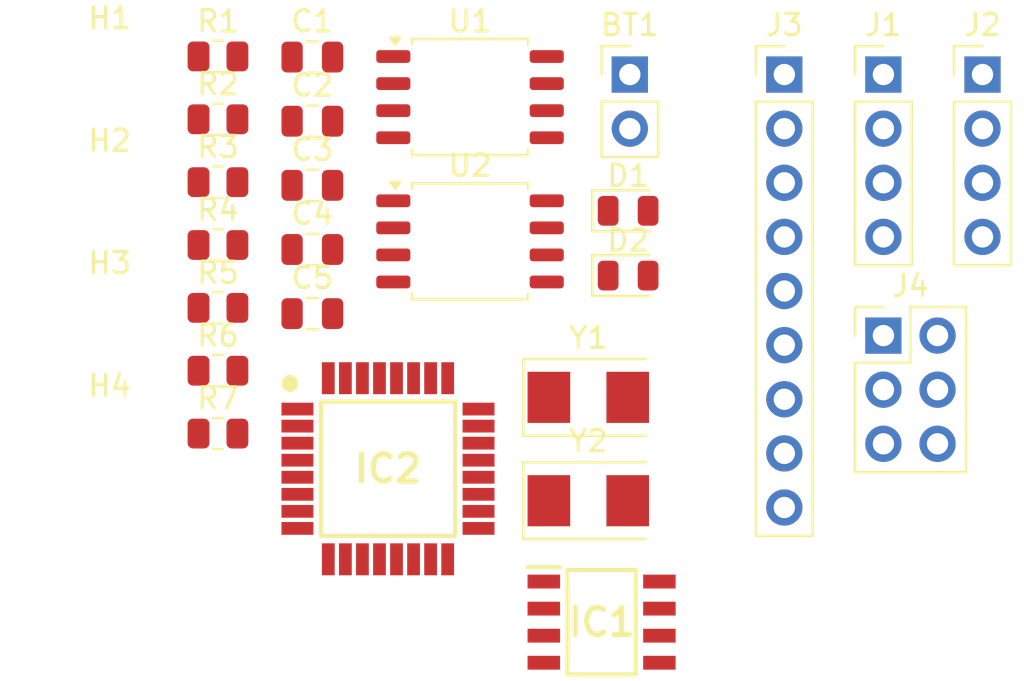
<source format=kicad_pcb>
(kicad_pcb (version 20240108) (generator "pcbnew") (generator_version "8.0")
  (title_block (title "${project_name}") (date "2024-12-24") (rev "1") (comment 1 "2Layer PCB Version"))
  (layers (0 "F.Cu" mixed) (31 "B.Cu" mixed) (34 "B.Paste" user) (35 "F.Paste" user) (36 "B.SilkS" user "B.Silkscreen") (37 "F.SilkS" user "F.Silkscreen") (38 "B.Mask" user) (39 "F.Mask" user) (44 "Edge.Cuts" user))
  (property "project_name" "MCU Datalogger with memory and clock")
  (net 0 "")
  (net 1 "GND")
  (net 2 "VCC")
  (net 3 "Net-(IC2-(PCINT6{slash}XTAL1{slash}TOSC1)_PB6)")
  (net 4 "Net-(IC2-(PCINT7{slash}XTAL2{slash}TOSC2)_PB7)")
  (net 5 "Net-(IC2-AREF)")
  (net 6 "/SCK")
  (net 7 "Net-(D1-K)")
  (net 8 "Net-(D2-K)")
  (net 9 "Net-(IC1-~{INTA})")
  (net 10 "Net-(IC1-X2)")
  (net 11 "Net-(IC1-X1)")
  (net 12 "/SDA")
  (net 13 "Net-(IC1-SQW{slash}~{INTB})")
  (net 14 "/MISO")
  (net 15 "/~{RESET}")
  (net 16 "/MOSI")
  (net 17 "/D5")
  (net 20 "/D3")
  (net 22 "/TX")
  (net 23 "/RX")
  (net 28 "/D7")
  (net 30 "/D2")
  (net 31 "/D8")
  (net 32 "/D4")
  (net 34 "/D6")
  (footprint "Capacitor_SMD:C_0805_2012Metric" (layer "F.Cu") (at 136.66 90.89)
    (property "Reference" "C5" (at 0 -1.68 0) (layer "F.SilkS"))
    (property "Value" "0.1uF")
    (fp_line (start -0.261252 -0.735) (end 0.261252 -0.735) (stroke (width 0.12)) (layer "F.SilkS"))
    (fp_line (start -0.261252 0.735) (end 0.261252 0.735) (stroke (width 0.12)) (layer "F.SilkS"))
    (pad "1" smd roundrect (at -0.95 0) (size 1 1.45) (layers "F.Cu" "F.Paste" "F.Mask") (net 1 "GND"))
    (pad "2" smd roundrect (at 0.95 0) (size 1 1.45) (layers "F.Cu" "F.Paste" "F.Mask") (net 5 "Net-(IC2-AREF)"))
  )
  (footprint "Resistor_SMD:R_0805_2012Metric" (layer "F.Cu") (at 132.23 81.77)
    (property "Reference" "R2" (at 0 -1.65 0) (layer "F.SilkS"))
    (property "Value" "4.7K")
    (fp_line (start -0.227064 -0.735) (end 0.227064 -0.735) (stroke (width 0.12)) (layer "F.SilkS"))
    (fp_line (start -0.227064 0.735) (end 0.227064 0.735) (stroke (width 0.12)) (layer "F.SilkS"))
    (pad "1" smd roundrect (at -0.9125 0) (size 1.025 1.4) (layers "F.Cu" "F.Paste" "F.Mask") (roundrect_rratio 0.243902) (net 2 "VCC"))
    (pad "2" smd roundrect (at 0.9125 0) (size 1.025 1.4) (layers "F.Cu" "F.Paste" "F.Mask") (roundrect_rratio 0.243902) (net 12 "/SDA"))
  )
  (footprint "MountingHole:MountingHole_2.1mm" (layer "F.Cu") (at 127.15 85.97)
    (property "Reference" "H2" (at 0 -3.2 0) (layer "F.SilkS"))
    (property "Value" "MountingHole")
    (pad "" np_thru_hole circle (at 0 0) (size 2.1 2.1) (drill 2.1) (layers "*.Cu" "*.Mask"))
  )
  (footprint "MountingHole:MountingHole_2.1mm" (layer "F.Cu") (at 127.15 97.47)
    (property "Reference" "H4" (at 0 -3.2 0) (layer "F.SilkS"))
    (property "Value" "MountingHole")
    (pad "" np_thru_hole circle (at 0 0) (size 2.1 2.1) (drill 2.1) (layers "*.Cu" "*.Mask"))
  )
  (footprint "Resistor_SMD:R_0805_2012Metric" (layer "F.Cu") (at 132.23 96.52)
    (property "Reference" "R7" (at 0 -1.65 0) (layer "F.SilkS"))
    (property "Value" "330")
    (fp_line (start -0.227064 -0.735) (end 0.227064 -0.735) (stroke (width 0.12)) (layer "F.SilkS"))
    (fp_line (start -0.227064 0.735) (end 0.227064 0.735) (stroke (width 0.12)) (layer "F.SilkS"))
    (pad "1" smd roundrect (at -0.9125 0) (size 1.025 1.4) (layers "F.Cu" "F.Paste" "F.Mask") (roundrect_rratio 0.243902) (net 1 "GND"))
    (pad "2" smd roundrect (at 0.9125 0) (size 1.025 1.4) (layers "F.Cu" "F.Paste" "F.Mask") (roundrect_rratio 0.243902) (net 8 "Net-(D2-K)"))
  )
  (footprint "Connector_PinHeader_2.54mm:PinHeader_1x04_P2.54mm_Vertical" (layer "F.Cu") (at 163.46 79.67)
    (property "Reference" "J1" (at 0 -2.33 0) (layer "F.SilkS"))
    (property "Value" "I2C")
    (fp_line (start -1.33 -1.33) (end 0 -1.33) (stroke (width 0.12)) (layer "F.SilkS"))
    (fp_line (start -1.33 0) (end -1.33 -1.33) (stroke (width 0.12)) (layer "F.SilkS"))
    (fp_line (start -1.33 1.27) (end -1.33 8.95) (stroke (width 0.12)) (layer "F.SilkS"))
    (fp_line (start -1.33 1.27) (end 1.33 1.27) (stroke (width 0.12)) (layer "F.SilkS"))
    (fp_line (start -1.33 8.95) (end 1.33 8.95) (stroke (width 0.12)) (layer "F.SilkS"))
    (fp_line (start 1.33 1.27) (end 1.33 8.95) (stroke (width 0.12)) (layer "F.SilkS"))
    (pad "1" thru_hole rect (at 0 0) (size 1.7 1.7) (drill 1) (layers "*.Cu" "*.Mask") (net 1 "GND"))
    (pad "2" thru_hole oval (at 0 2.54) (size 1.7 1.7) (drill 1) (layers "*.Cu" "*.Mask") (net 2 "VCC"))
    (pad "3" thru_hole oval (at 0 5.08) (size 1.7 1.7) (drill 1) (layers "*.Cu" "*.Mask") (net 12 "/SDA"))
    (pad "4" thru_hole oval (at 0 7.62) (size 1.7 1.7) (drill 1) (layers "*.Cu" "*.Mask") (net 6 "/SCK"))
  )
  (footprint "Resistor_SMD:R_0805_2012Metric" (layer "F.Cu") (at 132.23 78.82)
    (property "Reference" "R1" (at 0 -1.65 0) (layer "F.SilkS"))
    (property "Value" "4.7K")
    (fp_line (start -0.227064 -0.735) (end 0.227064 -0.735) (stroke (width 0.12)) (layer "F.SilkS"))
    (fp_line (start -0.227064 0.735) (end 0.227064 0.735) (stroke (width 0.12)) (layer "F.SilkS"))
    (pad "1" smd roundrect (at -0.9125 0) (size 1.025 1.4) (layers "F.Cu" "F.Paste" "F.Mask") (roundrect_rratio 0.243902) (net 2 "VCC"))
    (pad "2" smd roundrect (at 0.9125 0) (size 1.025 1.4) (layers "F.Cu" "F.Paste" "F.Mask") (roundrect_rratio 0.243902) (net 6 "/SCK"))
  )
  (footprint "Resistor_SMD:R_0805_2012Metric" (layer "F.Cu") (at 132.23 84.72)
    (property "Reference" "R3" (at 0 -1.65 0) (layer "F.SilkS"))
    (property "Value" "10K")
    (fp_line (start -0.227064 -0.735) (end 0.227064 -0.735) (stroke (width 0.12)) (layer "F.SilkS"))
    (fp_line (start -0.227064 0.735) (end 0.227064 0.735) (stroke (width 0.12)) (layer "F.SilkS"))
    (pad "1" smd roundrect (at -0.9125 0) (size 1.025 1.4) (layers "F.Cu" "F.Paste" "F.Mask") (roundrect_rratio 0.243902) (net 2 "VCC"))
    (pad "2" smd roundrect (at 0.9125 0) (size 1.025 1.4) (layers "F.Cu" "F.Paste" "F.Mask") (roundrect_rratio 0.243902) (net 9 "Net-(IC1-~{INTA})"))
  )
  (footprint "LED_SMD:LED_0805_2012Metric" (layer "F.Cu") (at 151.48 89.105)
    (property "Reference" "D2" (at 0 -1.65 0) (layer "F.SilkS"))
    (property "Value" "LED")
    (fp_line (start -1.685 -0.96) (end -1.685 0.96) (stroke (width 0.12)) (layer "F.SilkS"))
    (fp_line (start -1.685 0.96) (end 1 0.96) (stroke (width 0.12)) (layer "F.SilkS"))
    (fp_line (start 1 -0.96) (end -1.685 -0.96) (stroke (width 0.12)) (layer "F.SilkS"))
    (pad "1" smd roundrect (at -0.9375 0) (size 0.975 1.4) (layers "F.Cu" "F.Paste" "F.Mask") (net 8 "Net-(D2-K)"))
    (pad "2" smd roundrect (at 0.9375 0) (size 0.975 1.4) (layers "F.Cu" "F.Paste" "F.Mask") (net 2 "VCC"))
  )
  (footprint "Capacitor_SMD:C_0805_2012Metric" (layer "F.Cu") (at 136.66 78.85)
    (property "Reference" "C1" (at 0 -1.68 0) (layer "F.SilkS"))
    (property "Value" "0.1uF")
    (fp_line (start -0.261252 -0.735) (end 0.261252 -0.735) (stroke (width 0.12)) (layer "F.SilkS"))
    (fp_line (start -0.261252 0.735) (end 0.261252 0.735) (stroke (width 0.12)) (layer "F.SilkS"))
    (pad "1" smd roundrect (at -0.95 0) (size 1 1.45) (layers "F.Cu" "F.Paste" "F.Mask") (net 2 "VCC"))
    (pad "2" smd roundrect (at 0.95 0) (size 1 1.45) (layers "F.Cu" "F.Paste" "F.Mask") (net 1 "GND"))
  )
  (footprint "MountingHole:MountingHole_2.1mm" (layer "F.Cu") (at 127.15 80.22)
    (property "Reference" "H1" (at 0 -3.2 0) (layer "F.SilkS"))
    (property "Value" "MountingHole")
    (pad "" np_thru_hole circle (at 0 0) (size 2.1 2.1) (drill 2.1) (layers "*.Cu" "*.Mask"))
  )
  (footprint "Connector_PinHeader_2.54mm:PinHeader_2x03_P2.54mm_Vertical" (layer "F.Cu") (at 163.46 91.92)
    (property "Reference" "J4" (at 1.27 -2.33 0) (layer "F.SilkS"))
    (property "Value" "ICSP")
    (fp_line (start -1.33 -1.33) (end 0 -1.33) (stroke (width 0.12)) (layer "F.SilkS"))
    (fp_line (start -1.33 0) (end -1.33 -1.33) (stroke (width 0.12)) (layer "F.SilkS"))
    (fp_line (start -1.33 1.27) (end -1.33 6.41) (stroke (width 0.12)) (layer "F.SilkS"))
    (fp_line (start -1.33 1.27) (end 1.27 1.27) (stroke (width 0.12)) (layer "F.SilkS"))
    (fp_line (start -1.33 6.41) (end 3.87 6.41) (stroke (width 0.12)) (layer "F.SilkS"))
    (fp_line (start 1.27 -1.33) (end 3.87 -1.33) (stroke (width 0.12)) (layer "F.SilkS"))
    (fp_line (start 1.27 1.27) (end 1.27 -1.33) (stroke (width 0.12)) (layer "F.SilkS"))
    (fp_line (start 3.87 -1.33) (end 3.87 6.41) (stroke (width 0.12)) (layer "F.SilkS"))
    (pad "1" thru_hole rect (at 0 0) (size 1.7 1.7) (drill 1) (layers "*.Cu" "*.Mask") (net 14 "/MISO"))
    (pad "2" thru_hole oval (at 2.54 0) (size 1.7 1.7) (drill 1) (layers "*.Cu" "*.Mask") (net 2 "VCC"))
    (pad "3" thru_hole oval (at 0 2.54) (size 1.7 1.7) (drill 1) (layers "*.Cu" "*.Mask") (net 6 "/SCK"))
    (pad "4" thru_hole oval (at 2.54 2.54) (size 1.7 1.7) (drill 1) (layers "*.Cu" "*.Mask") (net 16 "/MOSI"))
    (pad "5" thru_hole oval (at 0 5.08) (size 1.7 1.7) (drill 1) (layers "*.Cu" "*.Mask") (net 15 "/~{RESET}"))
    (pad "6" thru_hole oval (at 2.54 5.08) (size 1.7 1.7) (drill 1) (layers "*.Cu" "*.Mask") (net 1 "GND"))
  )
  (footprint "library:QFP80P900X900X120-32N" (layer "F.Cu") (at 140.21 98.17)
    (property "Reference" "IC2" (at 0 0 0) (layer "F.SilkS") (effects (font (size 1.27 1.27) (thickness 0.254))))
    (property "Value" "ATMEGA328P-AUR" (hide yes))
    (fp_line (start -3.15 -3.15) (end 3.15 -3.15) (stroke (width 0.2)) (layer "F.SilkS"))
    (fp_line (start -3.15 3.15) (end -3.15 -3.15) (stroke (width 0.2)) (layer "F.SilkS"))
    (fp_line (start 3.15 -3.15) (end 3.15 3.15) (stroke (width 0.2)) (layer "F.SilkS"))
    (fp_line (start 3.15 3.15) (end -3.15 3.15) (stroke (width 0.2)) (layer "F.SilkS"))
    (fp_circle (center -4.6 -4) (end -4.6 -3.8) (stroke (width 0.4)) (fill none) (layer "F.SilkS"))
    (pad "1" smd rect (at -4.25 -2.8 90) (size 0.6 1.5) (layers "F.Cu" "F.Paste" "F.Mask") (net 20 "/D3"))
    (pad "2" smd rect (at -4.25 -2 90) (size 0.6 1.5) (layers "F.Cu" "F.Paste" "F.Mask") (net 32 "/D4"))
    (pad "3" smd rect (at -4.25 -1.2 90) (size 0.6 1.5) (layers "F.Cu" "F.Paste" "F.Mask") (net 1 "GND"))
    (pad "4" smd rect (at -4.25 -0.4 90) (size 0.6 1.5) (layers "F.Cu" "F.Paste" "F.Mask") (net 2 "VCC"))
    (pad "5" smd rect (at -4.25 0.4 90) (size 0.6 1.5) (layers "F.Cu" "F.Paste" "F.Mask") (net 1 "GND"))
    (pad "6" smd rect (at -4.25 1.2 90) (size 0.6 1.5) (layers "F.Cu" "F.Paste" "F.Mask"))
    (pad "7" smd rect (at -4.25 2 90) (size 0.6 1.5) (layers "F.Cu" "F.Paste" "F.Mask") (net 3 "Net-(IC2-(PCINT6{slash}XTAL1{slash}TOSC1)_PB6)"))
    (pad "8" smd rect (at -4.25 2.8 90) (size 0.6 1.5) (layers "F.Cu" "F.Paste" "F.Mask") (net 4 "Net-(IC2-(PCINT7{slash}XTAL2{slash}TOSC2)_PB7)"))
    (pad "9" smd rect (at -2.8 4.25) (size 0.6 1.5) (layers "F.Cu" "F.Paste" "F.Mask") (net 17 "/D5"))
    (pad "10" smd rect (at -2 4.25) (size 0.6 1.5) (layers "F.Cu" "F.Paste" "F.Mask") (net 34 "/D6"))
    (pad "11" smd rect (at -1.2 4.25) (size 0.6 1.5) (layers "F.Cu" "F.Paste" "F.Mask") (net 28 "/D7"))
    (pad "12" smd rect (at -0.4 4.25) (size 0.6 1.5) (layers "F.Cu" "F.Paste" "F.Mask") (net 31 "/D8"))
    (pad "13" smd rect (at 0.4 4.25) (size 0.6 1.5) (layers "F.Cu" "F.Paste" "F.Mask"))
    (pad "14" smd rect (at 1.2 4.25) (size 0.6 1.5) (layers "F.Cu" "F.Paste" "F.Mask"))
    (pad "15" smd rect (at 2 4.25) (size 0.6 1.5) (layers "F.Cu" "F.Paste" "F.Mask") (net 16 "/MOSI"))
    (pad "16" smd rect (at 2.8 4.25) (size 0.6 1.5) (layers "F.Cu" "F.Paste" "F.Mask") (net 14 "/MISO"))
    (pad "17" smd rect (at 4.25 2.8 90) (size 0.6 1.5) (layers "F.Cu" "F.Paste" "F.Mask") (net 6 "/SCK"))
    (pad "18" smd rect (at 4.25 2 90) (size 0.6 1.5) (layers "F.Cu" "F.Paste" "F.Mask") (net 2 "VCC"))
    (pad "19" smd rect (at 4.25 1.2 90) (size 0.6 1.5) (layers "F.Cu" "F.Paste" "F.Mask"))
    (pad "20" smd rect (at 4.25 0.4 90) (size 0.6 1.5) (layers "F.Cu" "F.Paste" "F.Mask") (net 5 "Net-(IC2-AREF)"))
    (pad "21" smd rect (at 4.25 -0.4 90) (size 0.6 1.5) (layers "F.Cu" "F.Paste" "F.Mask") (net 1 "GND"))
    (pad "22" smd rect (at 4.25 -1.2 90) (size 0.6 1.5) (layers "F.Cu" "F.Paste" "F.Mask"))
    (pad "23" smd rect (at 4.25 -2 90) (size 0.6 1.5) (layers "F.Cu" "F.Paste" "F.Mask"))
    (pad "24" smd rect (at 4.25 -2.8 90) (size 0.6 1.5) (layers "F.Cu" "F.Paste" "F.Mask"))
    (pad "25" smd rect (at 2.8 -4.25) (size 0.6 1.5) (layers "F.Cu" "F.Paste" "F.Mask"))
    (pad "26" smd rect (at 2 -4.25) (size 0.6 1.5) (layers "F.Cu" "F.Paste" "F.Mask"))
    (pad "27" smd rect (at 1.2 -4.25) (size 0.6 1.5) (layers "F.Cu" "F.Paste" "F.Mask") (net 12 "/SDA"))
    (pad "28" smd rect (at 0.4 -4.25) (size 0.6 1.5) (layers "F.Cu" "F.Paste" "F.Mask") (net 6 "/SCK"))
    (pad "29" smd rect (at -0.4 -4.25) (size 0.6 1.5) (layers "F.Cu" "F.Paste" "F.Mask") (net 15 "/~{RESET}"))
    (pad "30" smd rect (at -1.2 -4.25) (size 0.6 1.5) (layers "F.Cu" "F.Paste" "F.Mask") (net 23 "/RX"))
    (pad "31" smd rect (at -2 -4.25) (size 0.6 1.5) (layers "F.Cu" "F.Paste" "F.Mask") (net 22 "/TX"))
    (pad "32" smd rect (at -2.8 -4.25) (size 0.6 1.5) (layers "F.Cu" "F.Paste" "F.Mask") (net 30 "/D2"))
  )
  (footprint "MountingHole:MountingHole_2.1mm" (layer "F.Cu") (at 127.15 91.72)
    (property "Reference" "H3" (at 0 -3.2 0) (layer "F.SilkS"))
    (property "Value" "MountingHole")
    (pad "" np_thru_hole circle (at 0 0) (size 2.1 2.1) (drill 2.1) (layers "*.Cu" "*.Mask"))
  )
  (footprint "Capacitor_SMD:C_0805_2012Metric" (layer "F.Cu") (at 136.66 84.87)
    (property "Reference" "C3" (at 0 -1.68 0) (layer "F.SilkS"))
    (property "Value" "22pF")
    (fp_line (start -0.261252 -0.735) (end 0.261252 -0.735) (stroke (width 0.12)) (layer "F.SilkS"))
    (fp_line (start -0.261252 0.735) (end 0.261252 0.735) (stroke (width 0.12)) (layer "F.SilkS"))
    (pad "1" smd roundrect (at -0.95 0) (size 1 1.45) (layers "F.Cu" "F.Paste" "F.Mask") (net 4 "Net-(IC2-(PCINT7{slash}XTAL2{slash}TOSC2)_PB7)"))
    (pad "2" smd roundrect (at 0.95 0) (size 1 1.45) (layers "F.Cu" "F.Paste" "F.Mask") (net 1 "GND"))
  )
  (footprint "Resistor_SMD:R_0805_2012Metric" (layer "F.Cu") (at 132.23 93.57)
    (property "Reference" "R6" (at 0 -1.65 0) (layer "F.SilkS"))
    (property "Value" "330")
    (fp_line (start -0.227064 -0.735) (end 0.227064 -0.735) (stroke (width 0.12)) (layer "F.SilkS"))
    (fp_line (start -0.227064 0.735) (end 0.227064 0.735) (stroke (width 0.12)) (layer "F.SilkS"))
    (pad "1" smd roundrect (at -0.9125 0) (size 1.025 1.4) (layers "F.Cu" "F.Paste" "F.Mask") (roundrect_rratio 0.243902) (net 1 "GND"))
    (pad "2" smd roundrect (at 0.9125 0) (size 1.025 1.4) (layers "F.Cu" "F.Paste" "F.Mask") (roundrect_rratio 0.243902) (net 7 "Net-(D1-K)"))
  )
  (footprint "Crystal:Crystal_SMD_5032-2Pin_5.0x3.2mm" (layer "F.Cu") (at 149.61 99.67)
    (property "Reference" "Y2" (at 0 -2.8 0) (layer "F.SilkS"))
    (property "Value" "16MHz")
    (fp_line (start -3.05 -1.8) (end -3.05 1.8) (stroke (width 0.12)) (layer "F.SilkS"))
    (fp_line (start -3.05 1.8) (end 2.7 1.8) (stroke (width 0.12)) (layer "F.SilkS"))
    (fp_line (start 2.7 -1.8) (end -3.05 -1.8) (stroke (width 0.12)) (layer "F.SilkS"))
    (pad "1" smd rect (at -1.85 0) (size 2 2.4) (layers "F.Cu" "F.Paste" "F.Mask") (net 3 "Net-(IC2-(PCINT6{slash}XTAL1{slash}TOSC1)_PB6)"))
    (pad "2" smd rect (at 1.85 0) (size 2 2.4) (layers "F.Cu" "F.Paste" "F.Mask") (net 4 "Net-(IC2-(PCINT7{slash}XTAL2{slash}TOSC2)_PB7)"))
  )
  (footprint "Package_SO:SOIC-8_5.23x5.23mm_P1.27mm" (layer "F.Cu") (at 144.06 87.5)
    (property "Reference" "U2" (at 0 -3.56 0) (layer "F.SilkS"))
    (property "Value" "24LC1025")
    (fp_line (start -2.725 -2.725) (end -2.725 -2.465) (stroke (width 0.12)) (layer "F.SilkS"))
    (fp_line (start -2.725 2.725) (end -2.725 2.465) (stroke (width 0.12)) (layer "F.SilkS"))
    (fp_line (start 0 -2.725) (end -2.725 -2.725) (stroke (width 0.12)) (layer "F.SilkS"))
    (fp_line (start 0 -2.725) (end 2.725 -2.725) (stroke (width 0.12)) (layer "F.SilkS"))
    (fp_line (start 0 2.725) (end -2.725 2.725) (stroke (width 0.12)) (layer "F.SilkS"))
    (fp_line (start 0 2.725) (end 2.725 2.725) (stroke (width 0.12)) (layer "F.SilkS"))
    (fp_line (start 2.725 -2.725) (end 2.725 -2.465) (stroke (width 0.12)) (layer "F.SilkS"))
    (fp_line (start 2.725 2.725) (end 2.725 2.465) (stroke (width 0.12)) (layer "F.SilkS"))
    (fp_poly (pts (xy -3.5075 -2.465) (xy -3.7475 -2.795) (xy -3.2675 -2.795) (xy -3.5075 -2.465)) (stroke (width 0.12)) (fill solid) (layer "F.SilkS"))
    (pad "1" smd roundrect (at -3.6 -1.905) (size 1.6 0.6) (layers "F.Cu" "F.Paste" "F.Mask") (net 2 "VCC"))
    (pad "2" smd roundrect (at -3.6 -0.635) (size 1.6 0.6) (layers "F.Cu" "F.Paste" "F.Mask") (net 1 "GND"))
    (pad "3" smd roundrect (at -3.6 0.635) (size 1.6 0.6) (layers "F.Cu" "F.Paste" "F.Mask") (net 2 "VCC"))
    (pad "4" smd roundrect (at -3.6 1.905) (size 1.6 0.6) (layers "F.Cu" "F.Paste" "F.Mask") (net 1 "GND"))
    (pad "5" smd roundrect (at 3.6 1.905) (size 1.6 0.6) (layers "F.Cu" "F.Paste" "F.Mask") (net 12 "/SDA"))
    (pad "6" smd roundrect (at 3.6 0.635) (size 1.6 0.6) (layers "F.Cu" "F.Paste" "F.Mask") (net 6 "/SCK"))
    (pad "7" smd roundrect (at 3.6 -0.635) (size 1.6 0.6) (layers "F.Cu" "F.Paste" "F.Mask") (net 1 "GND"))
    (pad "8" smd roundrect (at 3.6 -1.905) (size 1.6 0.6) (layers "F.Cu" "F.Paste" "F.Mask") (net 2 "VCC"))
  )
  (footprint "Crystal:Crystal_SMD_5032-2Pin_5.0x3.2mm" (layer "F.Cu") (at 149.61 94.82)
    (property "Reference" "Y1" (at 0 -2.8 0) (layer "F.SilkS"))
    (property "Value" "32.768KHz")
    (fp_line (start -3.05 -1.8) (end -3.05 1.8) (stroke (width 0.12)) (layer "F.SilkS"))
    (fp_line (start -3.05 1.8) (end 2.7 1.8) (stroke (width 0.12)) (layer "F.SilkS"))
    (fp_line (start 2.7 -1.8) (end -3.05 -1.8) (stroke (width 0.12)) (layer "F.SilkS"))
    (pad "1" smd rect (at -1.85 0) (size 2 2.4) (layers "F.Cu" "F.Paste" "F.Mask") (net 10 "Net-(IC1-X2)"))
    (pad "2" smd rect (at 1.85 0) (size 2 2.4) (layers "F.Cu" "F.Paste" "F.Mask") (net 11 "Net-(IC1-X1)"))
  )
  (footprint "Connector_PinHeader_2.54mm:PinHeader_1x02_P2.54mm_Vertical" (layer "F.Cu") (at 151.56 79.67)
    (property "Reference" "BT1" (at 0 -2.33 0) (layer "F.SilkS"))
    (property "Value" "Battery")
    (fp_line (start -1.33 -1.33) (end 0 -1.33) (stroke (width 0.12)) (layer "F.SilkS"))
    (fp_line (start -1.33 0) (end -1.33 -1.33) (stroke (width 0.12)) (layer "F.SilkS"))
    (fp_line (start -1.33 1.27) (end -1.33 3.87) (stroke (width 0.12)) (layer "F.SilkS"))
    (fp_line (start -1.33 1.27) (end 1.33 1.27) (stroke (width 0.12)) (layer "F.SilkS"))
    (fp_line (start -1.33 3.87) (end 1.33 3.87) (stroke (width 0.12)) (layer "F.SilkS"))
    (fp_line (start 1.33 1.27) (end 1.33 3.87) (stroke (width 0.12)) (layer "F.SilkS"))
    (pad "1" thru_hole rect (at 0 0) (size 1.7 1.7) (drill 1) (layers "*.Cu" "*.Mask") (net 2 "VCC"))
    (pad "2" thru_hole oval (at 0 2.54) (size 1.7 1.7) (drill 1) (layers "*.Cu" "*.Mask") (net 1 "GND"))
  )
  (footprint "Resistor_SMD:R_0805_2012Metric" (layer "F.Cu") (at 132.23 87.67)
    (property "Reference" "R4" (at 0 -1.65 0) (layer "F.SilkS"))
    (property "Value" "10K")
    (fp_line (start -0.227064 -0.735) (end 0.227064 -0.735) (stroke (width 0.12)) (layer "F.SilkS"))
    (fp_line (start -0.227064 0.735) (end 0.227064 0.735) (stroke (width 0.12)) (layer "F.SilkS"))
    (pad "1" smd roundrect (at -0.9125 0) (size 1.025 1.4) (layers "F.Cu" "F.Paste" "F.Mask") (roundrect_rratio 0.243902) (net 2 "VCC"))
    (pad "2" smd roundrect (at 0.9125 0) (size 1.025 1.4) (layers "F.Cu" "F.Paste" "F.Mask") (roundrect_rratio 0.243902) (net 13 "Net-(IC1-SQW{slash}~{INTB})"))
  )
  (footprint "Connector_PinHeader_2.54mm:PinHeader_1x09_P2.54mm_Vertical" (layer "F.Cu") (at 158.81 79.67)
    (property "Reference" "J3" (at 0 -2.33 0) (layer "F.SilkS"))
    (property "Value" "GPIO")
    (fp_line (start -1.33 -1.33) (end 0 -1.33) (stroke (width 0.12)) (layer "F.SilkS"))
    (fp_line (start -1.33 0) (end -1.33 -1.33) (stroke (width 0.12)) (layer "F.SilkS"))
    (fp_line (start -1.33 1.27) (end -1.33 21.65) (stroke (width 0.12)) (layer "F.SilkS"))
    (fp_line (start -1.33 1.27) (end 1.33 1.27) (stroke (width 0.12)) (layer "F.SilkS"))
    (fp_line (start -1.33 21.65) (end 1.33 21.65) (stroke (width 0.12)) (layer "F.SilkS"))
    (fp_line (start 1.33 1.27) (end 1.33 21.65) (stroke (width 0.12)) (layer "F.SilkS"))
    (pad "1" thru_hole rect (at 0 0) (size 1.7 1.7) (drill 1) (layers "*.Cu" "*.Mask") (net 30 "/D2"))
    (pad "2" thru_hole oval (at 0 2.54) (size 1.7 1.7) (drill 1) (layers "*.Cu" "*.Mask") (net 20 "/D3"))
    (pad "3" thru_hole oval (at 0 5.08) (size 1.7 1.7) (drill 1) (layers "*.Cu" "*.Mask") (net 32 "/D4"))
    (pad "4" thru_hole oval (at 0 7.62) (size 1.7 1.7) (drill 1) (layers "*.Cu" "*.Mask") (net 17 "/D5"))
    (pad "5" thru_hole oval (at 0 10.16) (size 1.7 1.7) (drill 1) (layers "*.Cu" "*.Mask") (net 34 "/D6"))
    (pad "6" thru_hole oval (at 0 12.7) (size 1.7 1.7) (drill 1) (layers "*.Cu" "*.Mask") (net 28 "/D7"))
    (pad "7" thru_hole oval (at 0 15.24) (size 1.7 1.7) (drill 1) (layers "*.Cu" "*.Mask") (net 31 "/D8"))
    (pad "8" thru_hole oval (at 0 17.78) (size 1.7 1.7) (drill 1) (layers "*.Cu" "*.Mask") (net 1 "GND"))
    (pad "9" thru_hole oval (at 0 20.32) (size 1.7 1.7) (drill 1) (layers "*.Cu" "*.Mask") (net 2 "VCC"))
  )
  (footprint "LED_SMD:LED_0805_2012Metric" (layer "F.Cu") (at 151.48 86.065)
    (property "Reference" "D1" (at 0 -1.65 0) (layer "F.SilkS"))
    (property "Value" "LED")
    (fp_line (start -1.685 -0.96) (end -1.685 0.96) (stroke (width 0.12)) (layer "F.SilkS"))
    (fp_line (start -1.685 0.96) (end 1 0.96) (stroke (width 0.12)) (layer "F.SilkS"))
    (fp_line (start 1 -0.96) (end -1.685 -0.96) (stroke (width 0.12)) (layer "F.SilkS"))
    (pad "1" smd roundrect (at -0.9375 0) (size 0.975 1.4) (layers "F.Cu" "F.Paste" "F.Mask") (net 7 "Net-(D1-K)"))
    (pad "2" smd roundrect (at 0.9375 0) (size 0.975 1.4) (layers "F.Cu" "F.Paste" "F.Mask") (net 6 "/SCK"))
  )
  (footprint "Capacitor_SMD:C_0805_2012Metric" (layer "F.Cu") (at 136.66 87.88)
    (property "Reference" "C4" (at 0 -1.68 0) (layer "F.SilkS"))
    (property "Value" "100nF")
    (fp_line (start -0.261252 -0.735) (end 0.261252 -0.735) (stroke (width 0.12)) (layer "F.SilkS"))
    (fp_line (start -0.261252 0.735) (end 0.261252 0.735) (stroke (width 0.12)) (layer "F.SilkS"))
    (pad "1" smd roundrect (at -0.95 0) (size 1 1.45) (layers "F.Cu" "F.Paste" "F.Mask") (net 2 "VCC"))
    (pad "2" smd roundrect (at 0.95 0) (size 1 1.45) (layers "F.Cu" "F.Paste" "F.Mask") (net 1 "GND"))
  )
  (footprint "Capacitor_SMD:C_0805_2012Metric" (layer "F.Cu") (at 136.66 81.86)
    (property "Reference" "C2" (at 0 -1.68 0) (layer "F.SilkS"))
    (property "Value" "22pF")
    (fp_line (start -0.261252 -0.735) (end 0.261252 -0.735) (stroke (width 0.12)) (layer "F.SilkS"))
    (fp_line (start -0.261252 0.735) (end 0.261252 0.735) (stroke (width 0.12)) (layer "F.SilkS"))
    (pad "1" smd roundrect (at -0.95 0) (size 1 1.45) (layers "F.Cu" "F.Paste" "F.Mask") (net 1 "GND"))
    (pad "2" smd roundrect (at 0.95 0) (size 1 1.45) (layers "F.Cu" "F.Paste" "F.Mask") (net 3 "Net-(IC2-(PCINT6{slash}XTAL1{slash}TOSC1)_PB6)"))
  )
  (footprint "Connector_PinHeader_2.54mm:PinHeader_1x04_P2.54mm_Vertical" (layer "F.Cu") (at 168.11 79.67)
    (property "Reference" "J2" (at 0 -2.33 0) (layer "F.SilkS"))
    (property "Value" "UART")
    (fp_line (start -1.33 -1.33) (end 0 -1.33) (stroke (width 0.12)) (layer "F.SilkS"))
    (fp_line (start -1.33 0) (end -1.33 -1.33) (stroke (width 0.12)) (layer "F.SilkS"))
    (fp_line (start -1.33 1.27) (end -1.33 8.95) (stroke (width 0.12)) (layer "F.SilkS"))
    (fp_line (start -1.33 1.27) (end 1.33 1.27) (stroke (width 0.12)) (layer "F.SilkS"))
    (fp_line (start -1.33 8.95) (end 1.33 8.95) (stroke (width 0.12)) (layer "F.SilkS"))
    (fp_line (start 1.33 1.27) (end 1.33 8.95) (stroke (width 0.12)) (layer "F.SilkS"))
    (pad "1" thru_hole rect (at 0 0) (size 1.7 1.7) (drill 1) (layers "*.Cu" "*.Mask") (net 1 "GND"))
    (pad "2" thru_hole oval (at 0 2.54) (size 1.7 1.7) (drill 1) (layers "*.Cu" "*.Mask") (net 2 "VCC"))
    (pad "3" thru_hole oval (at 0 5.08) (size 1.7 1.7) (drill 1) (layers "*.Cu" "*.Mask") (net 23 "/RX"))
    (pad "4" thru_hole oval (at 0 7.62) (size 1.7 1.7) (drill 1) (layers "*.Cu" "*.Mask") (net 22 "/TX"))
  )
  (footprint "Package_SO:SOIC-8_5.23x5.23mm_P1.27mm" (layer "F.Cu") (at 144.06 80.73)
    (property "Reference" "U1" (at 0 -3.56 0) (layer "F.SilkS"))
    (property "Value" "24LC1025")
    (fp_line (start -2.725 -2.725) (end -2.725 -2.465) (stroke (width 0.12)) (layer "F.SilkS"))
    (fp_line (start -2.725 2.725) (end -2.725 2.465) (stroke (width 0.12)) (layer "F.SilkS"))
    (fp_line (start 0 -2.725) (end -2.725 -2.725) (stroke (width 0.12)) (layer "F.SilkS"))
    (fp_line (start 0 -2.725) (end 2.725 -2.725) (stroke (width 0.12)) (layer "F.SilkS"))
    (fp_line (start 0 2.725) (end -2.725 2.725) (stroke (width 0.12)) (layer "F.SilkS"))
    (fp_line (start 0 2.725) (end 2.725 2.725) (stroke (width 0.12)) (layer "F.SilkS"))
    (fp_line (start 2.725 -2.725) (end 2.725 -2.465) (stroke (width 0.12)) (layer "F.SilkS"))
    (fp_line (start 2.725 2.725) (end 2.725 2.465) (stroke (width 0.12)) (layer "F.SilkS"))
    (fp_poly (pts (xy -3.5075 -2.465) (xy -3.7475 -2.795) (xy -3.2675 -2.795) (xy -3.5075 -2.465)) (stroke (width 0.12)) (fill solid) (layer "F.SilkS"))
    (pad "1" smd roundrect (at -3.6 -1.905) (size 1.6 0.6) (layers "F.Cu" "F.Paste" "F.Mask") (net 2 "VCC"))
    (pad "2" smd roundrect (at -3.6 -0.635) (size 1.6 0.6) (layers "F.Cu" "F.Paste" "F.Mask") (net 2 "VCC"))
    (pad "3" smd roundrect (at -3.6 0.635) (size 1.6 0.6) (layers "F.Cu" "F.Paste" "F.Mask") (net 2 "VCC"))
    (pad "4" smd roundrect (at -3.6 1.905) (size 1.6 0.6) (layers "F.Cu" "F.Paste" "F.Mask") (net 1 "GND"))
    (pad "5" smd roundrect (at 3.6 1.905) (size 1.6 0.6) (layers "F.Cu" "F.Paste" "F.Mask") (net 12 "/SDA"))
    (pad "6" smd roundrect (at 3.6 0.635) (size 1.6 0.6) (layers "F.Cu" "F.Paste" "F.Mask") (net 6 "/SCK"))
    (pad "7" smd roundrect (at 3.6 -0.635) (size 1.6 0.6) (layers "F.Cu" "F.Paste" "F.Mask") (net 1 "GND"))
    (pad "8" smd roundrect (at 3.6 -1.905) (size 1.6 0.6) (layers "F.Cu" "F.Paste" "F.Mask") (net 2 "VCC"))
  )
  (footprint "Resistor_SMD:R_0805_2012Metric" (layer "F.Cu") (at 132.23 90.62)
    (property "Reference" "R5" (at 0 -1.65 0) (layer "F.SilkS"))
    (property "Value" "10K")
    (fp_line (start -0.227064 -0.735) (end 0.227064 -0.735) (stroke (width 0.12)) (layer "F.SilkS"))
    (fp_line (start -0.227064 0.735) (end 0.227064 0.735) (stroke (width 0.12)) (layer "F.SilkS"))
    (pad "1" smd roundrect (at -0.9125 0) (size 1.025 1.4) (layers "F.Cu" "F.Paste" "F.Mask") (roundrect_rratio 0.243902) (net 15 "/~{RESET}"))
    (pad "2" smd roundrect (at 0.9125 0) (size 1.025 1.4) (layers "F.Cu" "F.Paste" "F.Mask") (roundrect_rratio 0.243902) (net 2 "VCC"))
  )
  (footprint "library:SOIC127P600X175-8N" (layer "F.Cu") (at 150.235 105.37)
    (property "Reference" "IC1" (at 0 0 0) (layer "F.SilkS") (effects (font (size 1.27 1.27) (thickness 0.254))))
    (property "Value" "DS1337S+T&R" (hide yes))
    (fp_line (start -3.475 -2.58) (end -1.95 -2.58) (stroke (width 0.2)) (layer "F.SilkS"))
    (fp_line (start -1.6 -2.45) (end 1.6 -2.45) (stroke (width 0.2)) (layer "F.SilkS"))
    (fp_line (start -1.6 2.45) (end -1.6 -2.45) (stroke (width 0.2)) (layer "F.SilkS"))
    (fp_line (start 1.6 -2.45) (end 1.6 2.45) (stroke (width 0.2)) (layer "F.SilkS"))
    (fp_line (start 1.6 2.45) (end -1.6 2.45) (stroke (width 0.2)) (layer "F.SilkS"))
    (pad "1" smd rect (at -2.712 -1.905 90) (size 0.65 1.525) (layers "F.Cu" "F.Paste" "F.Mask") (net 11 "Net-(IC1-X1)"))
    (pad "2" smd rect (at -2.712 -0.635 90) (size 0.65 1.525) (layers "F.Cu" "F.Paste" "F.Mask") (net 10 "Net-(IC1-X2)"))
    (pad "3" smd rect (at -2.712 0.635 90) (size 0.65 1.525) (layers "F.Cu" "F.Paste" "F.Mask") (net 9 "Net-(IC1-~{INTA})"))
    (pad "4" smd rect (at -2.712 1.905 90) (size 0.65 1.525) (layers "F.Cu" "F.Paste" "F.Mask") (net 1 "GND"))
    (pad "5" smd rect (at 2.712 1.905 90) (size 0.65 1.525) (layers "F.Cu" "F.Paste" "F.Mask") (net 12 "/SDA"))
    (pad "6" smd rect (at 2.712 0.635 90) (size 0.65 1.525) (layers "F.Cu" "F.Paste" "F.Mask") (net 6 "/SCK"))
    (pad "7" smd rect (at 2.712 -0.635 90) (size 0.65 1.525) (layers "F.Cu" "F.Paste" "F.Mask") (net 13 "Net-(IC1-SQW{slash}~{INTB})"))
    (pad "8" smd rect (at 2.712 -1.905 90) (size 0.65 1.525) (layers "F.Cu" "F.Paste" "F.Mask") (net 2 "VCC"))
  )
)
</source>
